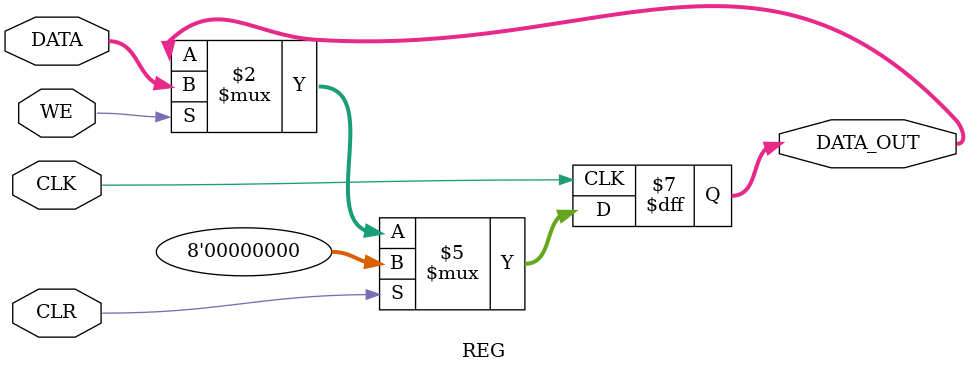
<source format=v>
 module REG #(parameter Datawidth=8)
	(input CLK,
	input CLR,
	input [Datawidth-1:0] DATA,
	input WE,
	output reg [Datawidth-1:0] DATA_OUT);

	
	always @ (posedge CLK) begin
			if(CLR) begin
				DATA_OUT <= 0;
			end else if (WE) begin
				DATA_OUT <= DATA;
			end
	end
endmodule

</source>
